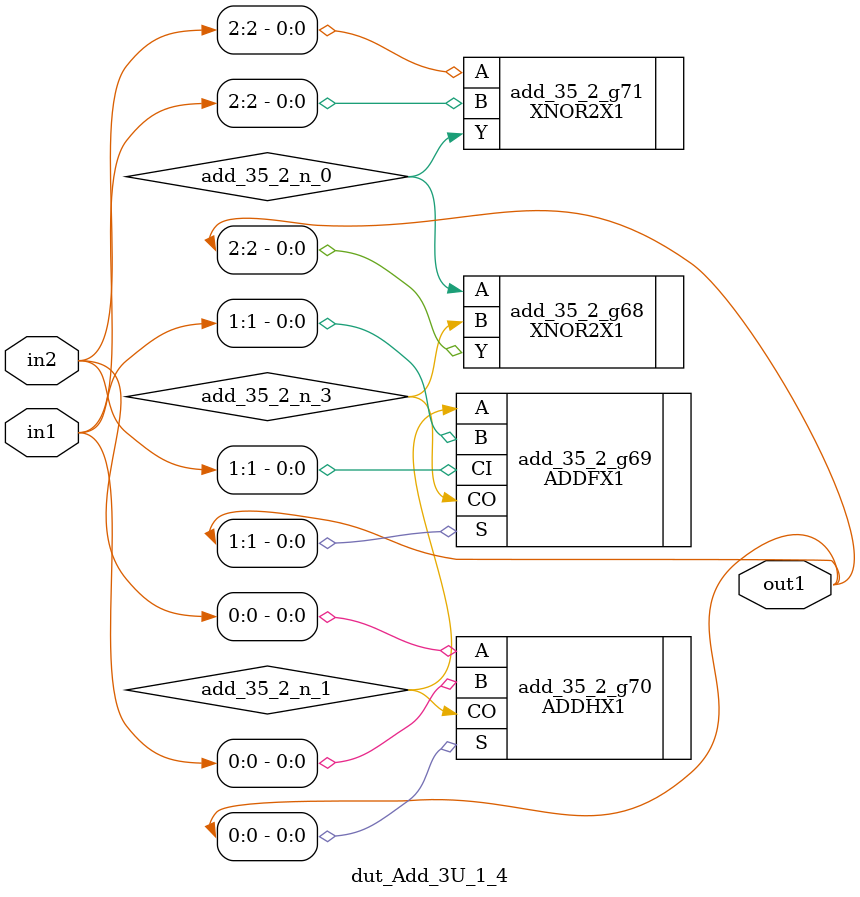
<source format=v>
`timescale 1ps / 1ps


module dut_Add_3U_1_4(in2, in1, out1);
  input [2:0] in2, in1;
  output [2:0] out1;
  wire [2:0] in2, in1;
  wire [2:0] out1;
  wire add_35_2_n_0, add_35_2_n_1, add_35_2_n_3;
  XNOR2X1 add_35_2_g68(.A (add_35_2_n_0), .B (add_35_2_n_3), .Y
       (out1[2]));
  ADDFX1 add_35_2_g69(.A (add_35_2_n_1), .B (in1[1]), .CI (in2[1]), .CO
       (add_35_2_n_3), .S (out1[1]));
  ADDHX1 add_35_2_g70(.A (in2[0]), .B (in1[0]), .CO (add_35_2_n_1), .S
       (out1[0]));
  XNOR2X1 add_35_2_g71(.A (in2[2]), .B (in1[2]), .Y (add_35_2_n_0));
endmodule


</source>
